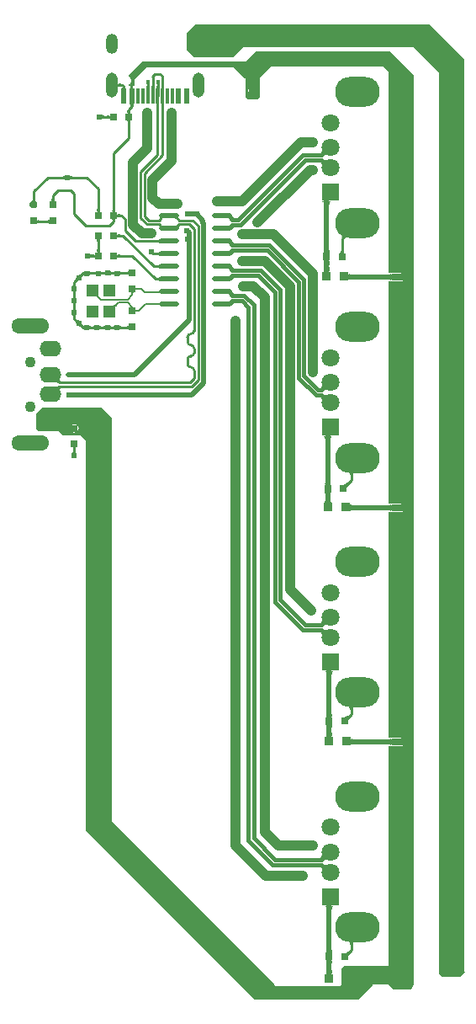
<source format=gtl>
G04*
G04 #@! TF.GenerationSoftware,Altium Limited,Altium Designer,20.0.13 (296)*
G04*
G04 Layer_Physical_Order=1*
G04 Layer_Color=255*
%FSLAX25Y25*%
%MOIN*%
G70*
G01*
G75*
%ADD14C,0.01000*%
%ADD15C,0.00600*%
%ADD17R,0.02362X0.06000*%
%ADD18R,0.01181X0.06000*%
%ADD19O,0.07874X0.02165*%
%ADD20R,0.03000X0.03000*%
%ADD21P,0.03247X8X112.5*%
%ADD22R,0.03500X0.03500*%
%ADD23R,0.04724X0.05118*%
%ADD24O,0.07087X0.03150*%
%ADD25R,0.07087X0.03150*%
%ADD26R,0.03000X0.03000*%
%ADD27O,0.03150X0.07087*%
%ADD28R,0.03150X0.07087*%
%ADD49C,0.04000*%
%ADD50C,0.02000*%
%ADD51C,0.01500*%
%ADD52O,0.17717X0.11811*%
%ADD53R,0.07087X0.07087*%
%ADD54C,0.07087*%
%ADD55O,0.04724X0.07874*%
%ADD56O,0.04724X0.09843*%
%ADD57O,0.08661X0.06299*%
%ADD58O,0.15000X0.06000*%
%ADD59C,0.04331*%
%ADD60C,0.02400*%
%ADD61C,0.01600*%
G36*
X348070Y429391D02*
X348057Y429375D01*
X348046Y429350D01*
X348037Y429318D01*
X348028Y429276D01*
X348021Y429227D01*
X348010Y429104D01*
X348005Y428856D01*
X347005Y428888D01*
X347004Y428978D01*
X346978Y429347D01*
X346970Y429379D01*
X346960Y429403D01*
X346950Y429419D01*
X348070Y429391D01*
D02*
G37*
G36*
X344091Y429407D02*
X344082Y429383D01*
X344074Y429351D01*
X344067Y429311D01*
X344057Y429205D01*
X344050Y429065D01*
X344048Y428892D01*
X343048Y428853D01*
X343047Y428944D01*
X343024Y429273D01*
X343015Y429314D01*
X343005Y429347D01*
X342994Y429372D01*
X342981Y429388D01*
X344101Y429422D01*
X344091Y429407D01*
D02*
G37*
G36*
X331852Y429531D02*
X331882Y429446D01*
X331933Y429371D01*
X332003Y429306D01*
X332095Y429251D01*
X332206Y429206D01*
X332337Y429171D01*
X332489Y429146D01*
X332661Y429131D01*
X332854Y429126D01*
Y428126D01*
X332661Y428121D01*
X332489Y428106D01*
X332337Y428081D01*
X332206Y428046D01*
X332095Y428001D01*
X332003Y427946D01*
X331933Y427881D01*
X331882Y427806D01*
X331852Y427721D01*
X331842Y427626D01*
Y429626D01*
X331852Y429531D01*
D02*
G37*
G36*
X349954Y427904D02*
X350003Y427134D01*
X350017Y427104D01*
X350032Y427094D01*
X348874D01*
X348889Y427104D01*
X348903Y427134D01*
X348915Y427184D01*
X348925Y427254D01*
X348940Y427454D01*
X348953Y428094D01*
X349953D01*
X349954Y427904D01*
D02*
G37*
G36*
X348005D02*
X348052Y427104D01*
X348063Y427094D01*
X346906D01*
X346925Y427104D01*
X346942Y427134D01*
X346956Y427184D01*
X346969Y427254D01*
X346980Y427344D01*
X346996Y427584D01*
X347005Y428094D01*
X348005D01*
X348005Y427904D01*
D02*
G37*
G36*
X346017D02*
X346066Y427134D01*
X346080Y427104D01*
X346094Y427094D01*
X344937D01*
X344952Y427104D01*
X344966Y427134D01*
X344977Y427184D01*
X344988Y427254D01*
X345003Y427454D01*
X345016Y428094D01*
X346016D01*
X346017Y427904D01*
D02*
G37*
G36*
X344049D02*
X344098Y427134D01*
X344112Y427104D01*
X344127Y427094D01*
X342969D01*
X342984Y427104D01*
X342998Y427134D01*
X343009Y427184D01*
X343020Y427254D01*
X343035Y427454D01*
X343048Y428094D01*
X344048D01*
X344049Y427904D01*
D02*
G37*
G36*
X334544Y427861D02*
X334558Y427700D01*
X334580Y427558D01*
X334611Y427435D01*
X334651Y427331D01*
X334701Y427246D01*
X334759Y427179D01*
X334825Y427132D01*
X334901Y427104D01*
X334986Y427094D01*
X333094D01*
X333179Y427104D01*
X333255Y427132D01*
X333321Y427179D01*
X333379Y427246D01*
X333429Y427331D01*
X333469Y427435D01*
X333500Y427558D01*
X333522Y427700D01*
X333536Y427861D01*
X333540Y428040D01*
X334540D01*
X334544Y427861D01*
D02*
G37*
G36*
X338037Y421121D02*
X337964Y421093D01*
X337899Y421046D01*
X337844Y420980D01*
X337796Y420895D01*
X337758Y420791D01*
X337728Y420669D01*
X337706Y420528D01*
X337693Y420368D01*
X337689Y420189D01*
X336689D01*
X336685Y420368D01*
X336672Y420528D01*
X336650Y420669D01*
X336620Y420791D01*
X336582Y420895D01*
X336535Y420980D01*
X336479Y421046D01*
X336414Y421093D01*
X336341Y421121D01*
X336260Y421130D01*
X338118D01*
X338037Y421121D01*
D02*
G37*
G36*
X350017Y421108D02*
X350003Y421078D01*
X349991Y421028D01*
X349981Y420958D01*
X349966Y420758D01*
X349953Y420118D01*
X348953D01*
X348952Y420308D01*
X348903Y421078D01*
X348889Y421108D01*
X348874Y421118D01*
X350032D01*
X350017Y421108D01*
D02*
G37*
G36*
X348052D02*
X348041Y421078D01*
X348031Y421028D01*
X348023Y420958D01*
X348010Y420758D01*
X348000Y420118D01*
X347000D01*
X346999Y420308D01*
X346954Y421028D01*
X346940Y421078D01*
X346924Y421108D01*
X346906Y421118D01*
X348063D01*
X348052Y421108D01*
D02*
G37*
G36*
X336505Y418296D02*
X336520Y418124D01*
X336545Y417972D01*
X336580Y417840D01*
X336625Y417729D01*
X336680Y417638D01*
X336745Y417567D01*
X336820Y417517D01*
X336905Y417486D01*
X337000Y417476D01*
X335000D01*
X335095Y417486D01*
X335180Y417517D01*
X335255Y417567D01*
X335320Y417638D01*
X335375Y417729D01*
X335420Y417840D01*
X335455Y417972D01*
X335480Y418124D01*
X335495Y418296D01*
X335500Y418488D01*
X336500D01*
X336505Y418296D01*
D02*
G37*
G36*
X325427Y416775D02*
X325502Y416718D01*
X325583Y416667D01*
X325670Y416622D01*
X325762Y416585D01*
X325860Y416554D01*
X325964Y416531D01*
X326074Y416514D01*
X326190Y416503D01*
X326311Y416500D01*
Y415500D01*
X326190Y415497D01*
X326074Y415486D01*
X325964Y415469D01*
X325860Y415446D01*
X325762Y415415D01*
X325670Y415378D01*
X325583Y415333D01*
X325502Y415282D01*
X325427Y415225D01*
X325357Y415160D01*
Y416840D01*
X325427Y416775D01*
D02*
G37*
G36*
X328465Y415000D02*
X328455Y415095D01*
X328425Y415180D01*
X328374Y415255D01*
X328303Y415320D01*
X328212Y415375D01*
X328101Y415420D01*
X327969Y415455D01*
X327817Y415480D01*
X327645Y415495D01*
X327453Y415500D01*
Y416500D01*
X327645Y416505D01*
X327817Y416520D01*
X327969Y416545D01*
X328101Y416580D01*
X328212Y416625D01*
X328303Y416680D01*
X328374Y416745D01*
X328425Y416820D01*
X328455Y416905D01*
X328465Y417000D01*
Y415000D01*
D02*
G37*
G36*
X336964Y414502D02*
X336879Y414472D01*
X336804Y414422D01*
X336739Y414352D01*
X336684Y414262D01*
X336639Y414152D01*
X336604Y414022D01*
X336579Y413872D01*
X336564Y413702D01*
X336559Y413512D01*
X335559D01*
X335554Y413702D01*
X335539Y413872D01*
X335514Y414022D01*
X335479Y414152D01*
X335434Y414262D01*
X335379Y414352D01*
X335314Y414422D01*
X335239Y414472D01*
X335154Y414502D01*
X335059Y414512D01*
X337059D01*
X336964Y414502D01*
D02*
G37*
G36*
X414122Y400761D02*
X414015Y400815D01*
X413904Y400849D01*
X413789Y400861D01*
X413668Y400852D01*
X413544Y400821D01*
X413416Y400769D01*
X413283Y400696D01*
X413146Y400601D01*
X413004Y400485D01*
X412858Y400348D01*
X411798Y401409D01*
X411969Y401588D01*
X412249Y401926D01*
X412357Y402086D01*
X412444Y402239D01*
X412510Y402386D01*
X412555Y402527D01*
X412578Y402661D01*
X412580Y402788D01*
X412562Y402910D01*
X414122Y400761D01*
D02*
G37*
G36*
X413004Y399171D02*
X413146Y399055D01*
X413283Y398961D01*
X413416Y398887D01*
X413544Y398836D01*
X413668Y398805D01*
X413789Y398796D01*
X413904Y398808D01*
X414015Y398841D01*
X414122Y398896D01*
X412562Y396747D01*
X412580Y396868D01*
X412578Y396996D01*
X412555Y397130D01*
X412510Y397270D01*
X412444Y397417D01*
X412357Y397571D01*
X412249Y397730D01*
X412120Y397897D01*
X411969Y398069D01*
X411798Y398248D01*
X412858Y399309D01*
X413004Y399171D01*
D02*
G37*
G36*
X312677Y392775D02*
X312752Y392718D01*
X312833Y392667D01*
X312920Y392622D01*
X313012Y392585D01*
X313110Y392554D01*
X313214Y392531D01*
X313324Y392514D01*
X313440Y392503D01*
X313561Y392500D01*
Y391500D01*
X313440Y391497D01*
X313324Y391486D01*
X313214Y391469D01*
X313110Y391446D01*
X313012Y391415D01*
X312920Y391378D01*
X312833Y391333D01*
X312752Y391282D01*
X312677Y391225D01*
X312607Y391160D01*
X311750Y392000D01*
X312607Y392840D01*
X312677Y392775D01*
D02*
G37*
G36*
X311750Y392000D02*
X310893Y391160D01*
X310823Y391225D01*
X310748Y391282D01*
X310667Y391333D01*
X310580Y391378D01*
X310488Y391415D01*
X310390Y391446D01*
X310286Y391469D01*
X310176Y391486D01*
X310060Y391497D01*
X309939Y391500D01*
Y392500D01*
X310060Y392503D01*
X310176Y392514D01*
X310286Y392531D01*
X310390Y392554D01*
X310488Y392585D01*
X310580Y392622D01*
X310667Y392667D01*
X310748Y392718D01*
X310823Y392775D01*
X310893Y392840D01*
X311750Y392000D01*
D02*
G37*
G36*
X306505Y383355D02*
X306520Y383183D01*
X306545Y383031D01*
X306580Y382899D01*
X306625Y382788D01*
X306680Y382697D01*
X306745Y382626D01*
X306820Y382575D01*
X306905Y382545D01*
X307000Y382535D01*
X305000D01*
X305095Y382545D01*
X305180Y382575D01*
X305255Y382626D01*
X305320Y382697D01*
X305375Y382788D01*
X305420Y382899D01*
X305455Y383031D01*
X305480Y383183D01*
X305495Y383355D01*
X305500Y383547D01*
X306500D01*
X306505Y383355D01*
D02*
G37*
G36*
X299006Y383308D02*
X299045Y382906D01*
X299080Y382743D01*
X299126Y382605D01*
X299181Y382492D01*
X299246Y382404D01*
X299321Y382341D01*
X299406Y382303D01*
X299500Y382291D01*
X297500D01*
X297596Y382303D01*
X297680Y382341D01*
X297756Y382404D01*
X297820Y382492D01*
X297875Y382605D01*
X297920Y382743D01*
X297955Y382906D01*
X297980Y383095D01*
X297995Y383308D01*
X298001Y383547D01*
X299001D01*
X299006Y383308D01*
D02*
G37*
G36*
X416251Y382498D02*
X416081Y382437D01*
X415931Y382337D01*
X415801Y382197D01*
X415691Y382017D01*
X415601Y381798D01*
X415531Y381538D01*
X415481Y381238D01*
X415451Y380897D01*
X415441Y380518D01*
X413441D01*
X413431Y380897D01*
X413402Y381238D01*
X413353Y381538D01*
X413285Y381798D01*
X413198Y382017D01*
X413091Y382197D01*
X412964Y382337D01*
X412819Y382437D01*
X412653Y382498D01*
X412469Y382518D01*
X416441D01*
X416251Y382498D01*
D02*
G37*
G36*
X330564Y379298D02*
X330579Y379128D01*
X330604Y378978D01*
X330639Y378848D01*
X330684Y378738D01*
X330739Y378648D01*
X330804Y378578D01*
X330879Y378528D01*
X330964Y378498D01*
X331059Y378488D01*
X329059D01*
X329154Y378498D01*
X329239Y378528D01*
X329314Y378578D01*
X329379Y378648D01*
X329434Y378738D01*
X329479Y378848D01*
X329514Y378978D01*
X329539Y379128D01*
X329554Y379298D01*
X329559Y379488D01*
X330559D01*
X330564Y379298D01*
D02*
G37*
G36*
X324446D02*
X324461Y379128D01*
X324486Y378978D01*
X324521Y378848D01*
X324566Y378738D01*
X324621Y378648D01*
X324686Y378578D01*
X324761Y378528D01*
X324846Y378498D01*
X324941Y378488D01*
X322941D01*
X323036Y378498D01*
X323121Y378528D01*
X323196Y378578D01*
X323261Y378648D01*
X323316Y378738D01*
X323361Y378848D01*
X323396Y378978D01*
X323421Y379128D01*
X323436Y379298D01*
X323441Y379488D01*
X324441D01*
X324446Y379298D01*
D02*
G37*
G36*
X331545Y377905D02*
X331575Y377820D01*
X331626Y377745D01*
X331697Y377680D01*
X331788Y377625D01*
X331899Y377580D01*
X332031Y377545D01*
X332183Y377520D01*
X332355Y377505D01*
X332547Y377500D01*
Y376500D01*
X332355Y376495D01*
X332183Y376480D01*
X332031Y376455D01*
X331899Y376420D01*
X331788Y376375D01*
X331697Y376320D01*
X331626Y376255D01*
X331575Y376180D01*
X331545Y376095D01*
X331535Y376000D01*
Y378000D01*
X331545Y377905D01*
D02*
G37*
G36*
X355749Y376668D02*
X355707Y376593D01*
X355693Y376502D01*
X355708Y376397D01*
X355751Y376278D01*
X355823Y376143D01*
X355923Y375994D01*
X356052Y375831D01*
X356209Y375653D01*
X356395Y375460D01*
X355512Y374929D01*
X355321Y375113D01*
X354973Y375406D01*
X354816Y375515D01*
X354669Y375598D01*
X354534Y375657D01*
X354410Y375691D01*
X354297Y375699D01*
X354195Y375683D01*
X354105Y375641D01*
X355820Y376730D01*
X355749Y376668D01*
D02*
G37*
G36*
X376901Y376561D02*
X376914Y376532D01*
X376943Y376489D01*
X376988Y376432D01*
X377127Y376274D01*
X377596Y375790D01*
X376535Y374729D01*
X375530Y375641D01*
X376905Y376576D01*
X376901Y376561D01*
D02*
G37*
G36*
X330926Y375514D02*
X330849Y375485D01*
X330781Y375437D01*
X330722Y375370D01*
X330672Y375283D01*
X330631Y375177D01*
X330600Y375051D01*
X330577Y374906D01*
X330564Y374742D01*
X330559Y374559D01*
X329559D01*
X329555Y374742D01*
X329541Y374906D01*
X329518Y375051D01*
X329487Y375177D01*
X329446Y375283D01*
X329396Y375370D01*
X329337Y375437D01*
X329269Y375485D01*
X329192Y375514D01*
X329106Y375524D01*
X331012D01*
X330926Y375514D01*
D02*
G37*
G36*
X304512Y373453D02*
X304502Y373546D01*
X304472Y373629D01*
X304422Y373702D01*
X304352Y373766D01*
X304262Y373820D01*
X304152Y373864D01*
X304022Y373898D01*
X303872Y373922D01*
X303702Y373937D01*
X303512Y373942D01*
Y374942D01*
X303704Y374947D01*
X303875Y374962D01*
X304027Y374987D01*
X304158Y375022D01*
X304270Y375067D01*
X304361Y375122D01*
X304432Y375187D01*
X304483Y375262D01*
X304513Y375347D01*
X304524Y375442D01*
X304512Y373453D01*
D02*
G37*
G36*
X299998Y375347D02*
X300028Y375262D01*
X300079Y375187D01*
X300149Y375122D01*
X300238Y375067D01*
X300348Y375022D01*
X300479Y374987D01*
X300628Y374962D01*
X300799Y374947D01*
X300989Y374942D01*
Y373942D01*
X300799Y373937D01*
X300628Y373922D01*
X300479Y373898D01*
X300348Y373863D01*
X300238Y373819D01*
X300149Y373765D01*
X300079Y373702D01*
X300028Y373629D01*
X299998Y373546D01*
X299989Y373453D01*
Y375442D01*
X299998Y375347D01*
D02*
G37*
G36*
X356395Y372958D02*
X356209Y372766D01*
X355923Y372424D01*
X355823Y372275D01*
X355751Y372141D01*
X355708Y372022D01*
X355693Y371916D01*
X355707Y371826D01*
X355749Y371750D01*
X355820Y371689D01*
X354105Y372777D01*
X354195Y372736D01*
X354297Y372719D01*
X354410Y372728D01*
X354534Y372762D01*
X354669Y372820D01*
X354816Y372904D01*
X354973Y373013D01*
X355142Y373147D01*
X355321Y373306D01*
X355512Y373490D01*
X356395Y372958D01*
D02*
G37*
G36*
X377596Y372629D02*
X377454Y372487D01*
X376901Y371858D01*
X376905Y371843D01*
X375530Y372777D01*
X375550Y372780D01*
X375588Y372802D01*
X375644Y372844D01*
X375717Y372905D01*
X376191Y373349D01*
X376535Y373690D01*
X377596Y372629D01*
D02*
G37*
G36*
X422331Y368246D02*
X422231Y368279D01*
X422126Y368292D01*
X422014Y368285D01*
X421897Y368259D01*
X421773Y368212D01*
X421644Y368145D01*
X421509Y368059D01*
X421368Y367953D01*
X421220Y367827D01*
X421067Y367681D01*
X420205Y368233D01*
X420326Y368361D01*
X420424Y368480D01*
X420499Y368590D01*
X420550Y368691D01*
X420578Y368783D01*
X420584Y368867D01*
X420566Y368942D01*
X420525Y369007D01*
X420461Y369064D01*
X420374Y369112D01*
X422331Y368246D01*
D02*
G37*
G36*
X331545Y369905D02*
X331575Y369820D01*
X331626Y369745D01*
X331697Y369680D01*
X331788Y369625D01*
X331899Y369580D01*
X332031Y369545D01*
X332183Y369520D01*
X332355Y369505D01*
X332547Y369500D01*
Y368500D01*
X332355Y368495D01*
X332183Y368480D01*
X332031Y368455D01*
X331899Y368420D01*
X331788Y368375D01*
X331697Y368320D01*
X331626Y368255D01*
X331575Y368180D01*
X331545Y368095D01*
X331535Y368000D01*
Y370000D01*
X331545Y369905D01*
D02*
G37*
G36*
X324846Y367502D02*
X324761Y367472D01*
X324686Y367422D01*
X324621Y367352D01*
X324566Y367262D01*
X324521Y367152D01*
X324486Y367022D01*
X324461Y366872D01*
X324446Y366702D01*
X324441Y366512D01*
X323441D01*
X323436Y366702D01*
X323421Y366872D01*
X323396Y367022D01*
X323361Y367152D01*
X323316Y367262D01*
X323261Y367352D01*
X323196Y367422D01*
X323121Y367472D01*
X323036Y367502D01*
X322941Y367512D01*
X324941D01*
X324846Y367502D01*
D02*
G37*
G36*
X348506Y365774D02*
X348390Y365857D01*
X348268Y365931D01*
X348140Y365996D01*
X348008Y366053D01*
X347869Y366101D01*
X347725Y366140D01*
X347576Y366170D01*
X347421Y366192D01*
X347260Y366205D01*
X347094Y366209D01*
Y367209D01*
X347260Y367214D01*
X347421Y367227D01*
X347576Y367249D01*
X347725Y367279D01*
X347869Y367318D01*
X348008Y367366D01*
X348140Y367423D01*
X348268Y367488D01*
X348390Y367562D01*
X348506Y367645D01*
Y365774D01*
D02*
G37*
G36*
X376901Y366561D02*
X376914Y366532D01*
X376943Y366489D01*
X376988Y366432D01*
X377127Y366274D01*
X377596Y365790D01*
X376535Y364729D01*
X375530Y365641D01*
X376905Y366576D01*
X376901Y366561D01*
D02*
G37*
G36*
X324446Y363296D02*
X324461Y363124D01*
X324486Y362972D01*
X324521Y362840D01*
X324566Y362729D01*
X324621Y362638D01*
X324686Y362567D01*
X324761Y362516D01*
X324846Y362486D01*
X324941Y362476D01*
X322941D01*
X323036Y362486D01*
X323121Y362516D01*
X323196Y362567D01*
X323261Y362638D01*
X323316Y362729D01*
X323361Y362840D01*
X323396Y362972D01*
X323421Y363124D01*
X323436Y363296D01*
X323441Y363488D01*
X324441D01*
X324446Y363296D01*
D02*
G37*
G36*
X421064Y362798D02*
X421079Y362628D01*
X421104Y362478D01*
X421139Y362348D01*
X421184Y362238D01*
X421239Y362148D01*
X421304Y362078D01*
X421379Y362028D01*
X421464Y361998D01*
X421559Y361988D01*
X419559D01*
X419654Y361998D01*
X419739Y362028D01*
X419814Y362078D01*
X419879Y362148D01*
X419934Y362238D01*
X419979Y362348D01*
X420014Y362478D01*
X420039Y362628D01*
X420054Y362798D01*
X420059Y362988D01*
X421059D01*
X421064Y362798D01*
D02*
G37*
G36*
X415446Y363608D02*
X415519Y362708D01*
X415563Y362488D01*
X415617Y362308D01*
X415680Y362168D01*
X415753Y362068D01*
X415836Y362008D01*
X415929Y361988D01*
X412953D01*
X413046Y362008D01*
X413129Y362068D01*
X413202Y362168D01*
X413265Y362308D01*
X413319Y362488D01*
X413363Y362708D01*
X413397Y362968D01*
X413436Y363608D01*
X413441Y363988D01*
X415441D01*
X415446Y363608D01*
D02*
G37*
G36*
X377596Y362629D02*
X377454Y362487D01*
X376901Y361858D01*
X376905Y361843D01*
X375530Y362777D01*
X375550Y362780D01*
X375588Y362802D01*
X375644Y362844D01*
X375717Y362905D01*
X376191Y363349D01*
X376535Y363690D01*
X377596Y362629D01*
D02*
G37*
G36*
X348506Y360774D02*
X348390Y360857D01*
X348268Y360931D01*
X348140Y360996D01*
X348008Y361053D01*
X347869Y361101D01*
X347725Y361140D01*
X347576Y361170D01*
X347421Y361192D01*
X347260Y361205D01*
X347094Y361209D01*
Y362209D01*
X347260Y362214D01*
X347421Y362227D01*
X347576Y362248D01*
X347725Y362279D01*
X347869Y362318D01*
X348008Y362366D01*
X348140Y362423D01*
X348268Y362488D01*
X348390Y362562D01*
X348506Y362645D01*
Y360774D01*
D02*
G37*
G36*
X320534Y361775D02*
X320610Y361718D01*
X320691Y361667D01*
X320777Y361622D01*
X320870Y361585D01*
X320968Y361554D01*
X321072Y361531D01*
X321182Y361514D01*
X321297Y361503D01*
X321419Y361500D01*
Y360500D01*
X321297Y360497D01*
X321182Y360486D01*
X321072Y360469D01*
X320968Y360446D01*
X320870Y360415D01*
X320777Y360378D01*
X320691Y360333D01*
X320610Y360282D01*
X320534Y360225D01*
X320465Y360160D01*
Y361840D01*
X320534Y361775D01*
D02*
G37*
G36*
X331545Y361905D02*
X331575Y361820D01*
X331626Y361745D01*
X331697Y361680D01*
X331788Y361625D01*
X331899Y361580D01*
X332031Y361545D01*
X332183Y361520D01*
X332355Y361505D01*
X332547Y361500D01*
Y360500D01*
X332355Y360495D01*
X332183Y360480D01*
X332031Y360455D01*
X331899Y360420D01*
X331788Y360375D01*
X331697Y360320D01*
X331626Y360255D01*
X331575Y360180D01*
X331545Y360095D01*
X331535Y360000D01*
Y362000D01*
X331545Y361905D01*
D02*
G37*
G36*
X322465Y360000D02*
X322455Y360095D01*
X322425Y360180D01*
X322374Y360255D01*
X322303Y360320D01*
X322212Y360375D01*
X322101Y360420D01*
X321969Y360455D01*
X321817Y360480D01*
X321645Y360495D01*
X321453Y360500D01*
Y361500D01*
X321645Y361505D01*
X321817Y361520D01*
X321969Y361545D01*
X322101Y361580D01*
X322212Y361625D01*
X322303Y361680D01*
X322374Y361745D01*
X322425Y361820D01*
X322455Y361905D01*
X322465Y362000D01*
Y360000D01*
D02*
G37*
G36*
X415847Y358992D02*
X415774Y358932D01*
X415710Y358832D01*
X415654Y358692D01*
X415607Y358512D01*
X415569Y358292D01*
X415539Y358032D01*
X415504Y357392D01*
X415500Y357012D01*
X413500D01*
X413494Y357392D01*
X413451Y358032D01*
X413413Y358292D01*
X413363Y358512D01*
X413303Y358692D01*
X413232Y358832D01*
X413150Y358932D01*
X413057Y358992D01*
X412953Y359012D01*
X415929D01*
X415847Y358992D01*
D02*
G37*
G36*
X348506Y355774D02*
X348390Y355857D01*
X348268Y355931D01*
X348140Y355996D01*
X348008Y356053D01*
X347869Y356101D01*
X347725Y356140D01*
X347576Y356170D01*
X347421Y356192D01*
X347260Y356205D01*
X347094Y356209D01*
Y357209D01*
X347260Y357214D01*
X347421Y357227D01*
X347576Y357248D01*
X347725Y357279D01*
X347869Y357318D01*
X348008Y357366D01*
X348140Y357423D01*
X348268Y357488D01*
X348390Y357562D01*
X348506Y357645D01*
Y355774D01*
D02*
G37*
G36*
X415507Y356358D02*
X415566Y355718D01*
X415618Y355458D01*
X415685Y355238D01*
X415766Y355058D01*
X415862Y354918D01*
X415972Y354818D01*
X416098Y354758D01*
X416238Y354738D01*
X412762D01*
X412902Y354758D01*
X413028Y354818D01*
X413138Y354918D01*
X413234Y355058D01*
X413315Y355238D01*
X413382Y355458D01*
X413434Y355718D01*
X413471Y356018D01*
X413493Y356358D01*
X413500Y356738D01*
X415500D01*
X415507Y356358D01*
D02*
G37*
G36*
X376901Y356561D02*
X376914Y356532D01*
X376943Y356489D01*
X376988Y356432D01*
X377127Y356274D01*
X377596Y355790D01*
X376535Y354729D01*
X375530Y355641D01*
X376905Y356576D01*
X376901Y356561D01*
D02*
G37*
G36*
X332387Y354820D02*
X332465Y354765D01*
X332548Y354717D01*
X332637Y354675D01*
X332731Y354640D01*
X332830Y354611D01*
X332935Y354588D01*
X333045Y354572D01*
X333161Y354562D01*
X333282Y354559D01*
X333336Y353559D01*
X333215Y353555D01*
X333099Y353545D01*
X332990Y353527D01*
X332887Y353502D01*
X332790Y353470D01*
X332699Y353431D01*
X332614Y353385D01*
X332536Y353331D01*
X332464Y353271D01*
X332397Y353203D01*
X331500Y354083D01*
X330603Y353203D01*
X330537Y353271D01*
X330464Y353331D01*
X330385Y353385D01*
X330301Y353431D01*
X330210Y353470D01*
X330113Y353502D01*
X330010Y353527D01*
X329901Y353545D01*
X329785Y353555D01*
X329664Y353559D01*
X329718Y354559D01*
X329839Y354562D01*
X329955Y354572D01*
X330065Y354588D01*
X330170Y354611D01*
X330269Y354640D01*
X330363Y354675D01*
X330452Y354717D01*
X330535Y354765D01*
X330613Y354820D01*
X330685Y354881D01*
X331500Y354083D01*
X332315Y354881D01*
X332387Y354820D01*
D02*
G37*
G36*
X324887D02*
X324965Y354765D01*
X325048Y354717D01*
X325137Y354675D01*
X325231Y354640D01*
X325330Y354611D01*
X325435Y354588D01*
X325545Y354572D01*
X325661Y354562D01*
X325782Y354559D01*
X325836Y353559D01*
X325715Y353555D01*
X325599Y353545D01*
X325490Y353527D01*
X325387Y353502D01*
X325290Y353470D01*
X325199Y353431D01*
X325114Y353385D01*
X325036Y353331D01*
X324963Y353271D01*
X324897Y353203D01*
X324000Y354083D01*
X323103Y353203D01*
X323037Y353271D01*
X322964Y353331D01*
X322885Y353385D01*
X322801Y353431D01*
X322710Y353470D01*
X322613Y353502D01*
X322510Y353527D01*
X322401Y353545D01*
X322285Y353555D01*
X322164Y353559D01*
X322218Y354559D01*
X322339Y354562D01*
X322455Y354572D01*
X322565Y354588D01*
X322670Y354611D01*
X322769Y354640D01*
X322863Y354675D01*
X322952Y354717D01*
X323035Y354765D01*
X323113Y354820D01*
X323185Y354881D01*
X324000Y354083D01*
X324815Y354881D01*
X324887Y354820D01*
D02*
G37*
G36*
X328706Y354835D02*
X328781Y354777D01*
X328862Y354726D01*
X328949Y354681D01*
X329042Y354644D01*
X329140Y354613D01*
X329244Y354590D01*
X329354Y354573D01*
X329469Y354562D01*
X329590Y354559D01*
Y353559D01*
X329469Y353556D01*
X329354Y353545D01*
X329244Y353528D01*
X329140Y353505D01*
X329042Y353474D01*
X328949Y353437D01*
X328862Y353393D01*
X328781Y353342D01*
X328706Y353284D01*
X328637Y353219D01*
X327780Y354059D01*
X328637Y354899D01*
X328706Y354835D01*
D02*
G37*
G36*
X327780Y354059D02*
X326923Y353219D01*
X326853Y353284D01*
X326778Y353342D01*
X326697Y353393D01*
X326610Y353437D01*
X326518Y353474D01*
X326419Y353505D01*
X326315Y353528D01*
X326205Y353545D01*
X326090Y353556D01*
X325969Y353559D01*
Y354559D01*
X326090Y354562D01*
X326205Y354573D01*
X326315Y354590D01*
X326419Y354613D01*
X326518Y354644D01*
X326610Y354681D01*
X326697Y354726D01*
X326778Y354777D01*
X326853Y354835D01*
X326923Y354899D01*
X327780Y354059D01*
D02*
G37*
G36*
X320387Y354820D02*
X320465Y354765D01*
X320548Y354717D01*
X320637Y354675D01*
X320731Y354640D01*
X320830Y354611D01*
X320935Y354588D01*
X321045Y354572D01*
X321161Y354562D01*
X321282Y354559D01*
X321336Y353559D01*
X321215Y353555D01*
X321099Y353545D01*
X320990Y353527D01*
X320887Y353502D01*
X320790Y353470D01*
X320699Y353431D01*
X320615Y353385D01*
X320536Y353331D01*
X320463Y353271D01*
X320397Y353203D01*
X320315Y354881D01*
X320387Y354820D01*
D02*
G37*
G36*
X336012Y353059D02*
X336002Y353154D01*
X335972Y353239D01*
X335922Y353314D01*
X335852Y353379D01*
X335762Y353434D01*
X335652Y353479D01*
X335522Y353514D01*
X335372Y353539D01*
X335202Y353554D01*
X335012Y353559D01*
Y354559D01*
X335202Y354564D01*
X335372Y354579D01*
X335522Y354604D01*
X335652Y354639D01*
X335762Y354684D01*
X335852Y354739D01*
X335922Y354804D01*
X335972Y354879D01*
X336002Y354964D01*
X336012Y355059D01*
Y353059D01*
D02*
G37*
G36*
X377596Y352629D02*
X377454Y352487D01*
X376901Y351858D01*
X376905Y351843D01*
X375530Y352777D01*
X375550Y352780D01*
X375588Y352802D01*
X375644Y352844D01*
X375717Y352905D01*
X376191Y353349D01*
X376535Y353690D01*
X377596Y352629D01*
D02*
G37*
G36*
X423247Y354310D02*
X423308Y354140D01*
X423409Y353990D01*
X423550Y353860D01*
X423731Y353750D01*
X423952Y353660D01*
X424213Y353590D01*
X424515Y353540D01*
X424856Y353510D01*
X425238Y353500D01*
Y351500D01*
X424858Y351498D01*
X423558Y351414D01*
X423418Y351383D01*
X423318Y351348D01*
X423258Y351307D01*
X423238Y351262D01*
X423226Y354500D01*
X423247Y354310D01*
D02*
G37*
G36*
X440036Y350937D02*
X440016Y351044D01*
X439956Y351140D01*
X439856Y351224D01*
X439716Y351297D01*
X439536Y351359D01*
X439316Y351410D01*
X439056Y351449D01*
X438756Y351478D01*
X438036Y351500D01*
Y353500D01*
X438416Y353506D01*
X439056Y353551D01*
X439316Y353590D01*
X439536Y353641D01*
X439716Y353703D01*
X439856Y353776D01*
X439956Y353860D01*
X440016Y353956D01*
X440036Y354063D01*
Y350937D01*
D02*
G37*
G36*
X348506Y350774D02*
X348390Y350857D01*
X348268Y350931D01*
X348140Y350996D01*
X348008Y351053D01*
X347869Y351101D01*
X347725Y351140D01*
X347576Y351170D01*
X347421Y351192D01*
X347260Y351205D01*
X347094Y351209D01*
Y352209D01*
X347260Y352214D01*
X347421Y352227D01*
X347576Y352249D01*
X347725Y352279D01*
X347869Y352318D01*
X348008Y352366D01*
X348140Y352423D01*
X348268Y352488D01*
X348390Y352562D01*
X348506Y352645D01*
Y350774D01*
D02*
G37*
G36*
X317914Y353206D02*
X317830Y353118D01*
X317756Y353029D01*
X317690Y352940D01*
X317634Y352849D01*
X317586Y352758D01*
X317547Y352666D01*
X317516Y352574D01*
X317495Y352481D01*
X317483Y352386D01*
X317479Y352291D01*
X316280Y352279D01*
X316267Y351080D01*
X316173Y351076D01*
X316079Y351064D01*
X315985Y351043D01*
X315893Y351012D01*
X315801Y350974D01*
X315710Y350926D01*
X315619Y350869D01*
X315530Y350803D01*
X315441Y350729D01*
X315353Y350645D01*
X314646Y351353D01*
X314729Y351441D01*
X314803Y351530D01*
X314869Y351619D01*
X314926Y351710D01*
X314973Y351801D01*
X315012Y351893D01*
X315042Y351985D01*
X315064Y352079D01*
X315076Y352173D01*
X315080Y352268D01*
X316280Y352279D01*
X316291Y353480D01*
X316386Y353483D01*
X316480Y353495D01*
X316574Y353517D01*
X316666Y353547D01*
X316758Y353586D01*
X316849Y353633D01*
X316940Y353690D01*
X317029Y353756D01*
X317118Y353830D01*
X317207Y353914D01*
X317914Y353206D01*
D02*
G37*
G36*
X338982Y348484D02*
X339001Y348433D01*
X339031Y348388D01*
X339074Y348349D01*
X339129Y348316D01*
X339196Y348289D01*
X339276Y348268D01*
X339368Y348253D01*
X339472Y348244D01*
X339588Y348241D01*
Y347641D01*
X339472Y347638D01*
X339368Y347629D01*
X339276Y347614D01*
X339196Y347593D01*
X339129Y347566D01*
X339074Y347533D01*
X339031Y347494D01*
X339001Y347449D01*
X338982Y347398D01*
X338976Y347341D01*
Y348541D01*
X338982Y348484D01*
D02*
G37*
G36*
X315003Y349690D02*
X315014Y349574D01*
X315031Y349464D01*
X315054Y349360D01*
X315085Y349262D01*
X315122Y349170D01*
X315167Y349083D01*
X315218Y349002D01*
X315275Y348926D01*
X315340Y348857D01*
X314500Y348000D01*
X315340Y347143D01*
X315275Y347074D01*
X315218Y346998D01*
X315167Y346917D01*
X315122Y346830D01*
X315085Y346738D01*
X315054Y346640D01*
X315031Y346536D01*
X315014Y346426D01*
X315003Y346310D01*
X315000Y346189D01*
X314000D01*
X313997Y346310D01*
X313986Y346426D01*
X313969Y346536D01*
X313946Y346640D01*
X313915Y346738D01*
X313878Y346830D01*
X313833Y346917D01*
X313782Y346998D01*
X313725Y347074D01*
X313660Y347143D01*
X314500Y348000D01*
X313660Y348857D01*
X313725Y348926D01*
X313782Y349002D01*
X313833Y349083D01*
X313878Y349170D01*
X313915Y349262D01*
X313946Y349360D01*
X313969Y349464D01*
X313986Y349574D01*
X313997Y349690D01*
X314000Y349811D01*
X315000D01*
X315003Y349690D01*
D02*
G37*
G36*
X348349Y345910D02*
X348328Y345965D01*
X348292Y346014D01*
X348243Y346058D01*
X348179Y346095D01*
X348101Y346127D01*
X348008Y346153D01*
X347902Y346174D01*
X347781Y346188D01*
X347647Y346197D01*
X347498Y346200D01*
X347378Y346800D01*
X347520Y346803D01*
X347756Y346827D01*
X347849Y346847D01*
X347925Y346874D01*
X347985Y346906D01*
X348029Y346945D01*
X348056Y346989D01*
X348066Y347039D01*
X348060Y347095D01*
X348349Y345910D01*
D02*
G37*
G36*
X338043Y346459D02*
X337992Y346441D01*
X337947Y346410D01*
X337908Y346367D01*
X337875Y346312D01*
X337848Y346245D01*
X337827Y346165D01*
X337812Y346073D01*
X337803Y345969D01*
X337800Y345853D01*
X337200D01*
X337197Y345969D01*
X337188Y346073D01*
X337173Y346165D01*
X337152Y346245D01*
X337125Y346312D01*
X337092Y346367D01*
X337053Y346410D01*
X337008Y346441D01*
X336957Y346459D01*
X336900Y346465D01*
X338100D01*
X338043Y346459D01*
D02*
G37*
G36*
X376901Y346561D02*
X376914Y346532D01*
X376943Y346489D01*
X376988Y346432D01*
X377127Y346274D01*
X377596Y345790D01*
X376535Y344729D01*
X375530Y345641D01*
X376905Y346576D01*
X376901Y346561D01*
D02*
G37*
G36*
X323970Y345389D02*
X323953Y345334D01*
Y345270D01*
X323970Y345198D01*
X324004Y345117D01*
X324055Y345028D01*
X324123Y344931D01*
X324207Y344824D01*
X324428Y344587D01*
X324004Y344163D01*
X323881Y344281D01*
X323660Y344468D01*
X323563Y344536D01*
X323473Y344587D01*
X323393Y344621D01*
X323321Y344638D01*
X323257D01*
X323202Y344621D01*
X323155Y344587D01*
X324004Y345435D01*
X323970Y345389D01*
D02*
G37*
G36*
X377596Y342629D02*
X377454Y342487D01*
X376901Y341858D01*
X376905Y341843D01*
X375530Y342777D01*
X375550Y342780D01*
X375588Y342802D01*
X375644Y342844D01*
X375717Y342905D01*
X376191Y343349D01*
X376535Y343690D01*
X377596Y342629D01*
D02*
G37*
G36*
X315003Y344940D02*
X315014Y344824D01*
X315031Y344714D01*
X315054Y344610D01*
X315085Y344512D01*
X315122Y344420D01*
X315167Y344333D01*
X315218Y344252D01*
X315275Y344177D01*
X315340Y344107D01*
X314500Y343250D01*
X315340Y342393D01*
X315275Y342323D01*
X315218Y342248D01*
X315167Y342167D01*
X315122Y342080D01*
X315085Y341988D01*
X315054Y341890D01*
X315031Y341786D01*
X315014Y341676D01*
X315003Y341560D01*
X315000Y341439D01*
X314000D01*
X313997Y341560D01*
X313986Y341676D01*
X313969Y341786D01*
X313946Y341890D01*
X313915Y341988D01*
X313878Y342080D01*
X313833Y342167D01*
X313782Y342248D01*
X313725Y342323D01*
X313660Y342393D01*
X314500Y343250D01*
X313660Y344107D01*
X313725Y344177D01*
X313782Y344252D01*
X313833Y344333D01*
X313878Y344420D01*
X313915Y344512D01*
X313946Y344610D01*
X313969Y344714D01*
X313986Y344824D01*
X313997Y344940D01*
X314000Y345061D01*
X315000D01*
X315003Y344940D01*
D02*
G37*
G36*
X331333Y341428D02*
X331183Y341274D01*
X330848Y340875D01*
X330774Y340764D01*
X330720Y340663D01*
X330685Y340573D01*
X330670Y340494D01*
X330674Y340425D01*
X330697Y340368D01*
X330045Y341413D01*
X330083Y341370D01*
X330131Y341347D01*
X330190Y341342D01*
X330259Y341356D01*
X330339Y341389D01*
X330429Y341441D01*
X330529Y341511D01*
X330640Y341601D01*
X330893Y341837D01*
X331333Y341428D01*
D02*
G37*
G36*
X348166Y341117D02*
X348159Y341172D01*
X348136Y341222D01*
X348098Y341266D01*
X348045Y341304D01*
X347977Y341336D01*
X347894Y341363D01*
X347796Y341383D01*
X347683Y341398D01*
X347554Y341406D01*
X347411Y341409D01*
Y342009D01*
X347554Y342012D01*
X347796Y342036D01*
X347894Y342056D01*
X347977Y342083D01*
X348045Y342115D01*
X348098Y342153D01*
X348136Y342197D01*
X348159Y342246D01*
X348166Y342302D01*
Y341117D01*
D02*
G37*
G36*
X338994Y339602D02*
X339012Y339551D01*
X339042Y339506D01*
X339084Y339467D01*
X339138Y339434D01*
X339204Y339407D01*
X339282Y339386D01*
X339372Y339371D01*
X339474Y339362D01*
X339588Y339359D01*
Y338759D01*
X339474Y338756D01*
X339372Y338747D01*
X339282Y338732D01*
X339204Y338711D01*
X339138Y338684D01*
X339084Y338651D01*
X339042Y338612D01*
X339012Y338567D01*
X338994Y338516D01*
X338988Y338459D01*
Y339659D01*
X338994Y339602D01*
D02*
G37*
G36*
X315003Y340190D02*
X315014Y340074D01*
X315031Y339964D01*
X315054Y339860D01*
X315085Y339762D01*
X315122Y339670D01*
X315167Y339583D01*
X315218Y339502D01*
X315275Y339426D01*
X315340Y339357D01*
X314500Y338500D01*
X315340Y337643D01*
X315275Y337574D01*
X315218Y337498D01*
X315167Y337417D01*
X315122Y337330D01*
X315085Y337238D01*
X315054Y337140D01*
X315031Y337036D01*
X315014Y336926D01*
X315003Y336810D01*
X315000Y336689D01*
X314000D01*
X313997Y336810D01*
X313986Y336926D01*
X313969Y337036D01*
X313946Y337140D01*
X313915Y337238D01*
X313878Y337330D01*
X313833Y337417D01*
X313782Y337498D01*
X313725Y337574D01*
X313660Y337643D01*
X314500Y338500D01*
X313660Y339357D01*
X313725Y339426D01*
X313782Y339502D01*
X313833Y339583D01*
X313878Y339670D01*
X313915Y339762D01*
X313946Y339860D01*
X313969Y339964D01*
X313986Y340074D01*
X313997Y340190D01*
X314000Y340311D01*
X315000D01*
X315003Y340190D01*
D02*
G37*
G36*
X315411Y335801D02*
X315500Y335726D01*
X315590Y335661D01*
X315680Y335604D01*
X315771Y335556D01*
X315863Y335517D01*
X315956Y335487D01*
X316049Y335466D01*
X316143Y335453D01*
X316238Y335450D01*
X315050Y334262D01*
X315047Y334357D01*
X315034Y334451D01*
X315013Y334544D01*
X314983Y334637D01*
X314944Y334729D01*
X314896Y334820D01*
X314839Y334910D01*
X314774Y335000D01*
X314699Y335089D01*
X314616Y335177D01*
X315323Y335884D01*
X315411Y335801D01*
D02*
G37*
G36*
X317453Y334143D02*
X317466Y334049D01*
X317487Y333956D01*
X317517Y333863D01*
X317556Y333771D01*
X317604Y333680D01*
X317661Y333590D01*
X317726Y333500D01*
X317801Y333411D01*
X317884Y333323D01*
X317177Y332616D01*
X317089Y332699D01*
X317000Y332774D01*
X316910Y332839D01*
X316820Y332896D01*
X316729Y332944D01*
X316637Y332983D01*
X316544Y333013D01*
X316451Y333034D01*
X316357Y333047D01*
X316262Y333050D01*
X317450Y334238D01*
X317453Y334143D01*
D02*
G37*
G36*
X332427Y333275D02*
X332502Y333218D01*
X332583Y333167D01*
X332670Y333122D01*
X332762Y333085D01*
X332860Y333054D01*
X332964Y333031D01*
X333074Y333014D01*
X333190Y333003D01*
X333311Y333000D01*
Y332000D01*
X333190Y331997D01*
X333074Y331986D01*
X332964Y331969D01*
X332860Y331946D01*
X332762Y331915D01*
X332670Y331878D01*
X332583Y331833D01*
X332502Y331782D01*
X332427Y331725D01*
X332357Y331660D01*
X331500Y332500D01*
X332357Y333340D01*
X332427Y333275D01*
D02*
G37*
G36*
X331500Y332500D02*
X330643Y331660D01*
X330574Y331725D01*
X330498Y331782D01*
X330417Y331833D01*
X330330Y331878D01*
X330238Y331915D01*
X330140Y331946D01*
X330036Y331969D01*
X329926Y331986D01*
X329810Y331997D01*
X329689Y332000D01*
Y333000D01*
X329810Y333003D01*
X329926Y333014D01*
X330036Y333031D01*
X330140Y333054D01*
X330238Y333085D01*
X330330Y333122D01*
X330417Y333167D01*
X330498Y333218D01*
X330574Y333275D01*
X330643Y333340D01*
X331500Y332500D01*
D02*
G37*
G36*
X328456Y333275D02*
X328531Y333218D01*
X328612Y333167D01*
X328699Y333122D01*
X328792Y333085D01*
X328890Y333054D01*
X328994Y333031D01*
X329104Y333014D01*
X329219Y333003D01*
X329340Y333000D01*
Y332000D01*
X329219Y331997D01*
X329104Y331986D01*
X328994Y331969D01*
X328890Y331946D01*
X328792Y331915D01*
X328699Y331878D01*
X328612Y331833D01*
X328531Y331782D01*
X328456Y331725D01*
X328386Y331660D01*
X327530Y332500D01*
X328386Y333340D01*
X328456Y333275D01*
D02*
G37*
G36*
X327530Y332500D02*
X326673Y331660D01*
X326603Y331725D01*
X326528Y331782D01*
X326447Y331833D01*
X326360Y331878D01*
X326268Y331915D01*
X326169Y331946D01*
X326065Y331969D01*
X325955Y331986D01*
X325840Y331997D01*
X325719Y332000D01*
Y333000D01*
X325840Y333003D01*
X325955Y333014D01*
X326065Y333031D01*
X326169Y333054D01*
X326268Y333085D01*
X326360Y333122D01*
X326447Y333167D01*
X326528Y333218D01*
X326603Y333275D01*
X326673Y333340D01*
X327530Y332500D01*
D02*
G37*
G36*
X324427Y333275D02*
X324502Y333218D01*
X324583Y333167D01*
X324670Y333122D01*
X324762Y333085D01*
X324860Y333054D01*
X324964Y333031D01*
X325074Y333014D01*
X325190Y333003D01*
X325311Y333000D01*
Y332000D01*
X325190Y331997D01*
X325074Y331986D01*
X324964Y331969D01*
X324860Y331946D01*
X324762Y331915D01*
X324670Y331878D01*
X324583Y331833D01*
X324502Y331782D01*
X324427Y331725D01*
X324357Y331660D01*
X323500Y332500D01*
X324357Y333340D01*
X324427Y333275D01*
D02*
G37*
G36*
X323500Y332500D02*
X322643Y331660D01*
X322573Y331725D01*
X322498Y331782D01*
X322417Y331833D01*
X322330Y331878D01*
X322238Y331915D01*
X322140Y331946D01*
X322036Y331969D01*
X321926Y331986D01*
X321810Y331997D01*
X321689Y332000D01*
Y333000D01*
X321810Y333003D01*
X321926Y333014D01*
X322036Y333031D01*
X322140Y333054D01*
X322238Y333085D01*
X322330Y333122D01*
X322417Y333167D01*
X322498Y333218D01*
X322573Y333275D01*
X322643Y333340D01*
X323500Y332500D01*
D02*
G37*
G36*
X320427Y333275D02*
X320502Y333218D01*
X320583Y333167D01*
X320670Y333122D01*
X320762Y333085D01*
X320860Y333054D01*
X320964Y333031D01*
X321074Y333014D01*
X321190Y333003D01*
X321311Y333000D01*
Y332000D01*
X321190Y331997D01*
X321074Y331986D01*
X320964Y331969D01*
X320860Y331946D01*
X320762Y331915D01*
X320670Y331878D01*
X320583Y331833D01*
X320502Y331782D01*
X320427Y331725D01*
X320357Y331660D01*
Y333340D01*
X320427Y333275D01*
D02*
G37*
G36*
X336024Y331500D02*
X336014Y331595D01*
X335983Y331680D01*
X335933Y331755D01*
X335862Y331820D01*
X335771Y331875D01*
X335660Y331920D01*
X335528Y331955D01*
X335376Y331980D01*
X335204Y331995D01*
X335012Y332000D01*
Y333000D01*
X335204Y333005D01*
X335376Y333020D01*
X335528Y333045D01*
X335660Y333080D01*
X335771Y333125D01*
X335862Y333180D01*
X335933Y333245D01*
X335983Y333320D01*
X336014Y333405D01*
X336024Y333500D01*
Y331500D01*
D02*
G37*
G36*
X308571Y312142D02*
X308532Y312074D01*
X308515Y311996D01*
X308519Y311909D01*
X308546Y311813D01*
X308594Y311707D01*
X308664Y311593D01*
X308757Y311469D01*
X308871Y311336D01*
X309007Y311193D01*
X308261Y310525D01*
X308107Y310673D01*
X307825Y310904D01*
X307698Y310988D01*
X307579Y311050D01*
X307469Y311091D01*
X307367Y311111D01*
X307274Y311110D01*
X307190Y311088D01*
X307114Y311044D01*
X308632Y312202D01*
X308571Y312142D01*
D02*
G37*
G36*
X309031Y308886D02*
X308895Y308744D01*
X308781Y308612D01*
X308689Y308488D01*
X308619Y308373D01*
X308570Y308268D01*
X308543Y308172D01*
X308538Y308085D01*
X308554Y308007D01*
X308592Y307938D01*
X308652Y307878D01*
X307155Y309048D01*
X307229Y309003D01*
X307312Y308981D01*
X307404Y308979D01*
X307505Y308999D01*
X307614Y309039D01*
X307732Y309102D01*
X307859Y309185D01*
X307995Y309289D01*
X308139Y309415D01*
X308292Y309562D01*
X309031Y308886D01*
D02*
G37*
G36*
X414122Y307797D02*
X414015Y307852D01*
X413904Y307885D01*
X413789Y307897D01*
X413668Y307888D01*
X413544Y307857D01*
X413416Y307805D01*
X413283Y307732D01*
X413146Y307638D01*
X413004Y307522D01*
X412858Y307384D01*
X411798Y308445D01*
X411969Y308624D01*
X412249Y308962D01*
X412357Y309122D01*
X412444Y309276D01*
X412510Y309422D01*
X412555Y309563D01*
X412578Y309697D01*
X412580Y309825D01*
X412562Y309946D01*
X414122Y307797D01*
D02*
G37*
G36*
X413004Y306208D02*
X413146Y306092D01*
X413283Y305997D01*
X413416Y305924D01*
X413544Y305872D01*
X413668Y305841D01*
X413789Y305832D01*
X413904Y305844D01*
X414015Y305878D01*
X414122Y305932D01*
X412562Y303783D01*
X412580Y303905D01*
X412578Y304032D01*
X412555Y304166D01*
X412510Y304307D01*
X412444Y304454D01*
X412357Y304607D01*
X412249Y304767D01*
X412120Y304933D01*
X411969Y305105D01*
X411798Y305284D01*
X412858Y306345D01*
X413004Y306208D01*
D02*
G37*
G36*
X416751Y289534D02*
X416581Y289474D01*
X416431Y289374D01*
X416301Y289234D01*
X416191Y289054D01*
X416101Y288834D01*
X416031Y288574D01*
X415981Y288274D01*
X415951Y287934D01*
X415941Y287554D01*
X413941D01*
X413931Y287934D01*
X413901Y288274D01*
X413851Y288574D01*
X413781Y288834D01*
X413691Y289054D01*
X413581Y289234D01*
X413451Y289374D01*
X413301Y289474D01*
X413131Y289534D01*
X412941Y289554D01*
X416941D01*
X416751Y289534D01*
D02*
G37*
G36*
X315405Y284955D02*
X315320Y284925D01*
X315245Y284874D01*
X315180Y284803D01*
X315125Y284712D01*
X315080Y284601D01*
X315045Y284469D01*
X315020Y284317D01*
X315005Y284145D01*
X315000Y283953D01*
X314000D01*
X313995Y284145D01*
X313980Y284317D01*
X313955Y284469D01*
X313920Y284601D01*
X313875Y284712D01*
X313820Y284803D01*
X313755Y284874D01*
X313680Y284925D01*
X313595Y284955D01*
X313500Y284965D01*
X315500D01*
X315405Y284955D01*
D02*
G37*
G36*
X315003Y283690D02*
X315014Y283574D01*
X315031Y283464D01*
X315054Y283360D01*
X315085Y283262D01*
X315122Y283170D01*
X315167Y283083D01*
X315218Y283002D01*
X315275Y282927D01*
X315340Y282857D01*
X313660D01*
X313725Y282927D01*
X313782Y283002D01*
X313833Y283083D01*
X313878Y283170D01*
X313915Y283262D01*
X313946Y283360D01*
X313969Y283464D01*
X313986Y283574D01*
X313997Y283690D01*
X314000Y283811D01*
X315000D01*
X315003Y283690D01*
D02*
G37*
G36*
X425216Y275099D02*
X425121Y275090D01*
X425036Y275061D01*
X424962Y275012D01*
X424896Y274941D01*
X424841Y274851D01*
X424796Y274739D01*
X424761Y274607D01*
X424736Y274454D01*
X424721Y274281D01*
X424717Y274087D01*
X423716D01*
X423711Y274285D01*
X423697Y274462D01*
X423672Y274619D01*
X423637Y274755D01*
X423592Y274870D01*
X423537Y274965D01*
X423472Y275039D01*
X423397Y275093D01*
X423312Y275126D01*
X423217Y275138D01*
X425216Y275099D01*
D02*
G37*
G36*
X415946Y272108D02*
X416019Y271208D01*
X416063Y270988D01*
X416117Y270808D01*
X416180Y270668D01*
X416253Y270568D01*
X416336Y270508D01*
X416429Y270488D01*
X413453D01*
X413546Y270508D01*
X413629Y270568D01*
X413702Y270668D01*
X413765Y270808D01*
X413819Y270988D01*
X413863Y271208D01*
X413897Y271468D01*
X413936Y272108D01*
X413941Y272488D01*
X415941D01*
X415946Y272108D01*
D02*
G37*
G36*
X423254Y270488D02*
X423055Y270282D01*
X422741Y269913D01*
X422627Y269750D01*
X422541Y269601D01*
X422483Y269467D01*
X422454Y269347D01*
X422453Y269242D01*
X422480Y269150D01*
X422535Y269074D01*
X421133Y270476D01*
X421210Y270421D01*
X421301Y270394D01*
X421406Y270395D01*
X421526Y270424D01*
X421660Y270482D01*
X421809Y270568D01*
X421972Y270682D01*
X422149Y270825D01*
X422547Y271195D01*
X423254Y270488D01*
D02*
G37*
G36*
X416342Y267492D02*
X416264Y267432D01*
X416195Y267332D01*
X416136Y267192D01*
X416085Y267012D01*
X416044Y266792D01*
X416012Y266532D01*
X415975Y265892D01*
X415971Y265512D01*
X413971D01*
X413965Y265892D01*
X413888Y266792D01*
X413841Y267012D01*
X413784Y267192D01*
X413717Y267332D01*
X413639Y267432D01*
X413551Y267492D01*
X413453Y267512D01*
X416429D01*
X416342Y267492D01*
D02*
G37*
G36*
X415978Y264858D02*
X416040Y264218D01*
X416093Y263958D01*
X416162Y263738D01*
X416247Y263558D01*
X416347Y263418D01*
X416462Y263318D01*
X416592Y263258D01*
X416738Y263238D01*
X413262D01*
X413397Y263258D01*
X413517Y263318D01*
X413623Y263418D01*
X413715Y263558D01*
X413793Y263738D01*
X413857Y263958D01*
X413907Y264218D01*
X413942Y264518D01*
X413963Y264858D01*
X413971Y265238D01*
X415971D01*
X415978Y264858D01*
D02*
G37*
G36*
X423747Y262977D02*
X423808Y262807D01*
X423909Y262657D01*
X424050Y262527D01*
X424231Y262417D01*
X424452Y262327D01*
X424713Y262257D01*
X425015Y262207D01*
X425356Y262177D01*
X425738Y262167D01*
Y260167D01*
X425358Y260163D01*
X424458Y260102D01*
X424238Y260066D01*
X424058Y260021D01*
X423918Y259968D01*
X423818Y259908D01*
X423758Y259839D01*
X423738Y259762D01*
X423726Y263167D01*
X423747Y262977D01*
D02*
G37*
G36*
X440036Y259604D02*
X440016Y259711D01*
X439956Y259806D01*
X439856Y259891D01*
X439716Y259964D01*
X439536Y260026D01*
X439316Y260077D01*
X439056Y260116D01*
X438756Y260144D01*
X438036Y260167D01*
Y262167D01*
X438416Y262172D01*
X439056Y262217D01*
X439316Y262257D01*
X439536Y262307D01*
X439716Y262369D01*
X439856Y262442D01*
X439956Y262527D01*
X440016Y262622D01*
X440036Y262730D01*
Y259604D01*
D02*
G37*
G36*
X414122Y214833D02*
X414015Y214888D01*
X413904Y214921D01*
X413789Y214933D01*
X413668Y214924D01*
X413544Y214894D01*
X413416Y214842D01*
X413283Y214768D01*
X413146Y214674D01*
X413004Y214558D01*
X412858Y214421D01*
X411798Y215481D01*
X411969Y215660D01*
X412249Y215999D01*
X412357Y216158D01*
X412444Y216312D01*
X412510Y216459D01*
X412555Y216599D01*
X412578Y216733D01*
X412580Y216861D01*
X412562Y216982D01*
X414122Y214833D01*
D02*
G37*
G36*
X413004Y213244D02*
X413146Y213128D01*
X413283Y213033D01*
X413416Y212960D01*
X413544Y212908D01*
X413668Y212877D01*
X413789Y212868D01*
X413904Y212880D01*
X414015Y212914D01*
X414122Y212969D01*
X412562Y210820D01*
X412580Y210941D01*
X412578Y211068D01*
X412555Y211202D01*
X412510Y211343D01*
X412444Y211490D01*
X412357Y211643D01*
X412249Y211803D01*
X412120Y211969D01*
X411969Y212141D01*
X411798Y212320D01*
X412858Y213381D01*
X413004Y213244D01*
D02*
G37*
G36*
X417251Y196570D02*
X417081Y196510D01*
X416931Y196410D01*
X416801Y196270D01*
X416691Y196090D01*
X416601Y195870D01*
X416531Y195610D01*
X416481Y195310D01*
X416451Y194970D01*
X416441Y194590D01*
X414441D01*
X414431Y194970D01*
X414401Y195310D01*
X414351Y195610D01*
X414281Y195870D01*
X414191Y196090D01*
X414081Y196270D01*
X413951Y196410D01*
X413801Y196510D01*
X413631Y196570D01*
X413441Y196590D01*
X417441D01*
X417251Y196570D01*
D02*
G37*
G36*
X425216Y182135D02*
X425121Y182127D01*
X425036Y182098D01*
X424962Y182048D01*
X424896Y181978D01*
X424841Y181887D01*
X424796Y181775D01*
X424761Y181643D01*
X424736Y181490D01*
X424721Y181317D01*
X424717Y181123D01*
X423716D01*
X423711Y181321D01*
X423697Y181498D01*
X423672Y181655D01*
X423637Y181791D01*
X423592Y181906D01*
X423537Y182001D01*
X423472Y182076D01*
X423397Y182129D01*
X423312Y182162D01*
X423217Y182174D01*
X425216Y182135D01*
D02*
G37*
G36*
X416446Y180108D02*
X416519Y179208D01*
X416563Y178988D01*
X416617Y178808D01*
X416680Y178668D01*
X416753Y178568D01*
X416836Y178508D01*
X416929Y178488D01*
X413953D01*
X414046Y178508D01*
X414129Y178568D01*
X414202Y178668D01*
X414265Y178808D01*
X414319Y178988D01*
X414363Y179208D01*
X414397Y179468D01*
X414436Y180108D01*
X414441Y180488D01*
X416441D01*
X416446Y180108D01*
D02*
G37*
G36*
X423754Y178488D02*
X423556Y178283D01*
X423245Y177915D01*
X423132Y177753D01*
X423047Y177604D01*
X422991Y177470D01*
X422962Y177350D01*
Y177243D01*
X422991Y177152D01*
X423047Y177074D01*
X421633Y178488D01*
X421711Y178431D01*
X421803Y178403D01*
X421909D01*
X422029Y178431D01*
X422163Y178488D01*
X422312Y178573D01*
X422474Y178686D01*
X422651Y178827D01*
X423047Y179195D01*
X423754Y178488D01*
D02*
G37*
G36*
X416842Y175492D02*
X416764Y175432D01*
X416695Y175332D01*
X416636Y175192D01*
X416585Y175012D01*
X416544Y174792D01*
X416512Y174532D01*
X416475Y173892D01*
X416470Y173512D01*
X414470D01*
X414465Y173892D01*
X414388Y174792D01*
X414341Y175012D01*
X414284Y175192D01*
X414217Y175332D01*
X414139Y175432D01*
X414051Y175492D01*
X413953Y175512D01*
X416929D01*
X416842Y175492D01*
D02*
G37*
G36*
X416478Y172358D02*
X416539Y171718D01*
X416593Y171458D01*
X416662Y171238D01*
X416747Y171058D01*
X416847Y170918D01*
X416962Y170818D01*
X417092Y170758D01*
X417238Y170738D01*
X413762D01*
X413897Y170758D01*
X414017Y170818D01*
X414123Y170918D01*
X414215Y171058D01*
X414293Y171238D01*
X414357Y171458D01*
X414407Y171718D01*
X414442Y172018D01*
X414463Y172358D01*
X414470Y172738D01*
X416470D01*
X416478Y172358D01*
D02*
G37*
G36*
X424247Y170310D02*
X424308Y170140D01*
X424409Y169990D01*
X424550Y169860D01*
X424731Y169750D01*
X424952Y169660D01*
X425213Y169590D01*
X425515Y169540D01*
X425856Y169510D01*
X426238Y169500D01*
Y167500D01*
X425858Y167498D01*
X424558Y167414D01*
X424418Y167383D01*
X424318Y167348D01*
X424258Y167307D01*
X424238Y167262D01*
X424226Y170500D01*
X424247Y170310D01*
D02*
G37*
G36*
X440036Y166937D02*
X440016Y167044D01*
X439956Y167140D01*
X439856Y167224D01*
X439716Y167297D01*
X439536Y167359D01*
X439316Y167410D01*
X439056Y167449D01*
X438756Y167478D01*
X438036Y167500D01*
Y169500D01*
X438416Y169506D01*
X439056Y169551D01*
X439316Y169590D01*
X439536Y169641D01*
X439716Y169703D01*
X439856Y169776D01*
X439956Y169860D01*
X440016Y169956D01*
X440036Y170063D01*
Y166937D01*
D02*
G37*
G36*
X414122Y121869D02*
X414015Y121924D01*
X413904Y121957D01*
X413789Y121969D01*
X413668Y121960D01*
X413544Y121930D01*
X413416Y121878D01*
X413283Y121805D01*
X413146Y121710D01*
X413004Y121594D01*
X412858Y121457D01*
X411798Y122517D01*
X411969Y122696D01*
X412249Y123035D01*
X412357Y123195D01*
X412444Y123348D01*
X412510Y123495D01*
X412555Y123635D01*
X412578Y123769D01*
X412580Y123897D01*
X412562Y124018D01*
X414122Y121869D01*
D02*
G37*
G36*
X413004Y120280D02*
X413146Y120164D01*
X413283Y120070D01*
X413416Y119996D01*
X413544Y119944D01*
X413668Y119914D01*
X413789Y119904D01*
X413904Y119917D01*
X414015Y119950D01*
X414122Y120005D01*
X412562Y117856D01*
X412580Y117977D01*
X412578Y118105D01*
X412555Y118239D01*
X412510Y118379D01*
X412444Y118526D01*
X412357Y118679D01*
X412249Y118839D01*
X412120Y119005D01*
X411969Y119178D01*
X411798Y119357D01*
X412858Y120417D01*
X413004Y120280D01*
D02*
G37*
G36*
X417251Y103606D02*
X417081Y103546D01*
X416931Y103446D01*
X416801Y103306D01*
X416691Y103126D01*
X416601Y102906D01*
X416531Y102646D01*
X416481Y102346D01*
X416451Y102006D01*
X416441Y101626D01*
X414441D01*
X414431Y102006D01*
X414401Y102346D01*
X414351Y102646D01*
X414281Y102906D01*
X414191Y103126D01*
X414081Y103306D01*
X413951Y103446D01*
X413801Y103546D01*
X413631Y103606D01*
X413441Y103626D01*
X417441D01*
X417251Y103606D01*
D02*
G37*
G36*
X425216Y89171D02*
X425121Y89163D01*
X425036Y89134D01*
X424962Y89084D01*
X424896Y89014D01*
X424841Y88923D01*
X424796Y88811D01*
X424761Y88679D01*
X424736Y88527D01*
X424721Y88353D01*
X424717Y88159D01*
X423716D01*
X423711Y88357D01*
X423697Y88534D01*
X423672Y88691D01*
X423637Y88827D01*
X423592Y88943D01*
X423537Y89038D01*
X423472Y89112D01*
X423397Y89165D01*
X423312Y89198D01*
X423217Y89210D01*
X425216Y89171D01*
D02*
G37*
G36*
X416446Y86608D02*
X416519Y85708D01*
X416563Y85488D01*
X416617Y85308D01*
X416680Y85168D01*
X416753Y85068D01*
X416836Y85008D01*
X416929Y84988D01*
X413953D01*
X414046Y85008D01*
X414129Y85068D01*
X414202Y85168D01*
X414265Y85308D01*
X414319Y85488D01*
X414363Y85708D01*
X414397Y85968D01*
X414436Y86608D01*
X414441Y86988D01*
X416441D01*
X416446Y86608D01*
D02*
G37*
G36*
X423754Y84988D02*
X423556Y84783D01*
X423245Y84415D01*
X423132Y84253D01*
X423047Y84104D01*
X422991Y83970D01*
X422962Y83850D01*
Y83744D01*
X422991Y83652D01*
X423047Y83574D01*
X421633Y84988D01*
X421711Y84931D01*
X421803Y84903D01*
X421909D01*
X422029Y84931D01*
X422163Y84988D01*
X422312Y85073D01*
X422474Y85186D01*
X422651Y85327D01*
X423047Y85695D01*
X423754Y84988D01*
D02*
G37*
G36*
X416842Y81992D02*
X416764Y81932D01*
X416695Y81832D01*
X416636Y81692D01*
X416585Y81512D01*
X416544Y81292D01*
X416512Y81032D01*
X416475Y80392D01*
X416470Y80012D01*
X414470D01*
X414465Y80392D01*
X414388Y81292D01*
X414341Y81512D01*
X414284Y81692D01*
X414217Y81832D01*
X414139Y81932D01*
X414051Y81992D01*
X413953Y82012D01*
X416929D01*
X416842Y81992D01*
D02*
G37*
G36*
X416478Y78358D02*
X416539Y77718D01*
X416593Y77458D01*
X416662Y77238D01*
X416747Y77058D01*
X416847Y76918D01*
X416962Y76818D01*
X417092Y76758D01*
X417238Y76738D01*
X413762D01*
X413897Y76758D01*
X414017Y76818D01*
X414123Y76918D01*
X414215Y77058D01*
X414293Y77238D01*
X414357Y77458D01*
X414407Y77718D01*
X414442Y78018D01*
X414463Y78358D01*
X414470Y78738D01*
X416470D01*
X416478Y78358D01*
D02*
G37*
G36*
X469000Y439000D02*
Y78000D01*
X469339Y77661D01*
X469173Y77173D01*
X467500Y75500D01*
X460235D01*
X459000Y76735D01*
Y433500D01*
X449000Y443500D01*
X381500Y443500D01*
X377500Y439500D01*
X362000D01*
X359000Y442500D01*
Y449000D01*
X362500Y452500D01*
X455500D01*
X469000Y439000D01*
D02*
G37*
G36*
X449000Y432500D02*
X449000Y73500D01*
Y72500D01*
X448000Y70500D01*
X441000D01*
X439000Y72500D01*
X432750D01*
Y72250D01*
X427000Y66500D01*
X386000D01*
X319000Y133500D01*
Y288000D01*
X317000Y290000D01*
X310000D01*
X308500Y291500D01*
X300500D01*
X299500Y292500D01*
Y298500D01*
X302000Y301000D01*
X325000D01*
X329255Y296745D01*
Y137245D01*
X394500Y72000D01*
X420000D01*
X420500Y72500D01*
Y79000D01*
X421500Y80000D01*
X439000D01*
Y166869D01*
X443567D01*
X444191Y166993D01*
X444721Y167347D01*
X445074Y167876D01*
X445198Y168500D01*
X445074Y169124D01*
X444721Y169653D01*
X444191Y170007D01*
X443567Y170131D01*
X439000D01*
Y259535D01*
X443567D01*
X444191Y259660D01*
X444721Y260013D01*
X445074Y260542D01*
X445198Y261167D01*
X445074Y261791D01*
X444721Y262320D01*
X444191Y262674D01*
X443567Y262798D01*
X439000D01*
Y350869D01*
X443567D01*
X444191Y350993D01*
X444721Y351346D01*
X445074Y351876D01*
X445198Y352500D01*
X445074Y353124D01*
X444721Y353654D01*
X444191Y354007D01*
X443567Y354131D01*
X439000D01*
Y434000D01*
X437000Y436000D01*
X392500D01*
X388000Y431500D01*
X388000Y424000D01*
X387000Y423000D01*
X383500D01*
X382500Y424000D01*
X382500Y431610D01*
X382425D01*
Y431228D01*
X381963Y431037D01*
X377500Y435500D01*
X343000D01*
X338500Y431000D01*
Y428106D01*
X337689D01*
Y424106D01*
X336689D01*
Y428106D01*
X336000D01*
Y428788D01*
X336040Y428804D01*
X336131Y428895D01*
X336250Y428945D01*
X336582Y429277D01*
X336632Y429396D01*
X336723Y429488D01*
X336903Y429922D01*
Y430051D01*
X336952Y430170D01*
Y430640D01*
X336903Y430760D01*
Y430889D01*
X336723Y431323D01*
X336632Y431414D01*
X336582Y431534D01*
X336250Y431866D01*
X336131Y431915D01*
X336040Y432007D01*
X336000Y432023D01*
Y432500D01*
X341500Y438000D01*
X382500D01*
X386500Y442000D01*
X439500D01*
X449000Y432500D01*
D02*
G37*
%LPC*%
G36*
X385000Y428189D02*
X384571Y428103D01*
X384207Y427860D01*
X383640Y427293D01*
X383397Y426929D01*
X383312Y426500D01*
X383397Y426071D01*
X383640Y425707D01*
X384004Y425464D01*
X384433Y425378D01*
X384862Y425464D01*
X385226Y425707D01*
X385793Y426274D01*
X386036Y426638D01*
X386122Y427067D01*
X386036Y427496D01*
X385793Y427860D01*
X385429Y428103D01*
X385000Y428189D01*
D02*
G37*
G36*
X314633Y294324D02*
X314009Y294199D01*
X313480Y293846D01*
X313347Y293713D01*
X312993Y293183D01*
X312869Y292559D01*
X312993Y291935D01*
X313347Y291406D01*
X313876Y291052D01*
X314500Y290928D01*
X315124Y291052D01*
X315653Y291406D01*
X315787Y291539D01*
X316140Y292068D01*
X316265Y292692D01*
X316140Y293317D01*
X315787Y293846D01*
X315258Y294199D01*
X314633Y294324D01*
D02*
G37*
%LPD*%
D14*
X360635Y330020D02*
G03*
X361955Y331340I0J1320D01*
G01*
X360634Y330020D02*
G03*
X359314Y328700I0J-1320D01*
G01*
Y326940D02*
G03*
X360634Y325620I1320J0D01*
G01*
X361955Y324300D02*
G03*
X360635Y325620I-1320J0D01*
G01*
Y321220D02*
G03*
X361955Y322540I0J1320D01*
G01*
X360634Y321220D02*
G03*
X359314Y319900I0J-1320D01*
G01*
Y318140D02*
G03*
X360634Y316820I1320J0D01*
G01*
X361955Y315500D02*
G03*
X360635Y316820I-1320J0D01*
G01*
X340800Y394300D02*
X347500Y401000D01*
X340800Y375970D02*
Y394300D01*
X347500Y401000D02*
Y424091D01*
X342400Y393637D02*
X349453Y400690D01*
X342400Y376633D02*
Y393637D01*
X349453Y400690D02*
Y424106D01*
Y432047D01*
X347485Y424106D02*
X347500Y424091D01*
X342400Y376633D02*
X344024Y375009D01*
X421500Y261500D02*
X421833Y261167D01*
X343524Y429976D02*
X343548Y429952D01*
X334040Y424106D02*
Y428040D01*
X329491Y428437D02*
X329680Y428626D01*
X333454D01*
X334040Y428040D01*
X324500Y416000D02*
X329941D01*
X421559Y83500D02*
X424217Y86158D01*
Y92618D01*
X426669Y95071D01*
X421559Y177000D02*
X424217Y179657D01*
Y185582D01*
X426669Y188035D01*
X420559Y360500D02*
Y367879D01*
X426642Y373962D01*
X426669D01*
X421059Y269000D02*
X424217Y272158D01*
Y278546D01*
X426669Y280998D01*
X314500Y282000D02*
Y286441D01*
X319608Y361000D02*
X323941D01*
X319546Y361061D02*
X319608Y361000D01*
X323941D02*
Y369000D01*
X344895Y362605D02*
X345791Y361709D01*
X351900D01*
X323941Y377000D02*
Y387559D01*
X304000Y392000D02*
X319500D01*
X323941Y387559D01*
X298500Y381059D02*
Y386501D01*
X304000Y392000D01*
X334600Y370900D02*
Y375459D01*
X338791Y366709D02*
X351900D01*
X334600Y370900D02*
X338791Y366709D01*
X345929Y356709D02*
X351900D01*
X333638Y369000D02*
X345929Y356709D01*
X330059Y369000D02*
X333638D01*
X347922Y375009D02*
X348507Y375595D01*
Y375856D01*
X349361Y376709D01*
X348507Y372563D02*
Y372824D01*
X343361Y373409D02*
X347922D01*
X344024Y375009D02*
X347922D01*
Y373409D02*
X348507Y372824D01*
X340800Y375970D02*
X343361Y373409D01*
X349361Y376709D02*
X354439D01*
X348507Y372563D02*
X349361Y371709D01*
X354439D01*
X330059Y377000D02*
X333059D01*
X334600Y375459D01*
X414441Y360500D02*
X415000Y359941D01*
X422500Y169000D02*
X423000Y168500D01*
X421500Y353000D02*
X422000Y352500D01*
X298500Y374941D02*
X299000Y374442D01*
X305001Y374442D02*
X306000Y375441D01*
X299000Y374442D02*
X302251D01*
X302251Y374442D02*
X305001D01*
X302251Y374442D02*
X302251Y374442D01*
X308000Y387000D02*
X313000D01*
X314500Y377500D02*
Y385500D01*
X313000Y387000D02*
X314500Y385500D01*
Y377500D02*
X319000Y373000D01*
X328500D01*
X330059Y374559D02*
Y377000D01*
X328500Y373000D02*
X330059Y374559D01*
X306000Y385000D02*
X308000Y387000D01*
X306000Y381059D02*
Y385000D01*
X361955Y331340D02*
Y336000D01*
X360634Y330020D02*
X360635D01*
X359314Y326940D02*
Y328700D01*
X360634Y325620D02*
X360635D01*
X361955Y322540D02*
Y324300D01*
X360634Y321220D02*
X360635D01*
X359314Y318140D02*
Y319900D01*
X360634Y316820D02*
X360635D01*
X361955Y315000D02*
Y315500D01*
Y336000D02*
Y371546D01*
Y312455D02*
Y315000D01*
X360340Y310840D02*
X361955Y312455D01*
X363555Y311792D02*
Y372945D01*
X308653Y310840D02*
X360340D01*
X361003Y309240D02*
X363555Y311792D01*
X308677Y309240D02*
X361003D01*
X305504Y313989D02*
X308653Y310840D01*
X305553Y306115D02*
X308677Y309240D01*
X304874Y313989D02*
X305504D01*
X304874Y306115D02*
X305553D01*
X356139Y373409D02*
X360091D01*
X361955Y371546D01*
X356139Y375009D02*
X361491D01*
X363555Y372945D01*
X354439Y376709D02*
X356139Y375009D01*
X354439Y371709D02*
X356139Y373409D01*
X348500Y433000D02*
X349453Y432047D01*
X346500Y433000D02*
X348500D01*
X345500Y432000D02*
X346500Y433000D01*
X345516Y424106D02*
Y431984D01*
X345500Y432000D02*
X345516Y431984D01*
X347504Y429957D02*
X347524Y429976D01*
X347504Y424126D02*
Y429957D01*
X343548Y424106D02*
Y429952D01*
X336059Y407559D02*
Y416000D01*
X330059Y401559D02*
X336059Y407559D01*
X330059Y377000D02*
Y401559D01*
X316250Y334250D02*
X318000Y332500D01*
X314500Y336000D02*
X316250Y334250D01*
X337059Y332500D02*
X337500Y332941D01*
X318000Y332500D02*
X337059D01*
X314500Y336000D02*
Y350500D01*
X318059Y354059D02*
X337500D01*
X314500Y350500D02*
X318059Y354059D01*
X330059Y361000D02*
X337500D01*
X346791Y351709D02*
X351900D01*
X337500Y361000D02*
X346791Y351709D01*
X336000Y416059D02*
X336059Y416000D01*
X336000Y416059D02*
Y419000D01*
X337189Y420189D02*
Y424106D01*
X336000Y419000D02*
X337189Y420189D01*
X384433Y426500D02*
X385000Y427067D01*
D15*
X337500Y339059D02*
X340059D01*
X342709Y341709D02*
X351900D01*
X340059Y339059D02*
X342709Y341709D01*
X351691Y346500D02*
X351900Y346709D01*
X342500Y346500D02*
X351691D01*
X337500Y347941D02*
X341059D01*
X342500Y346500D01*
X335584Y342475D02*
X337500Y340559D01*
X331955Y342475D02*
X335584D01*
X328346Y338866D02*
Y339063D01*
X330409Y341125D01*
X330606D01*
X331955Y342475D01*
X321654Y346937D02*
X324916Y343675D01*
X335675D01*
X337500Y345500D01*
X321654Y346937D02*
Y347134D01*
X337500Y345500D02*
Y347941D01*
D17*
X358961Y424106D02*
D03*
X355811D02*
D03*
X334040D02*
D03*
X337189D02*
D03*
D18*
X339611D02*
D03*
X341579D02*
D03*
X343548D02*
D03*
X345516D02*
D03*
X347485D02*
D03*
X349453D02*
D03*
X351422D02*
D03*
X353390D02*
D03*
D19*
X351900Y376709D02*
D03*
Y371709D02*
D03*
Y366709D02*
D03*
Y361709D02*
D03*
Y356709D02*
D03*
Y351709D02*
D03*
Y346709D02*
D03*
Y341709D02*
D03*
X373000Y376709D02*
D03*
Y371709D02*
D03*
Y366709D02*
D03*
Y361709D02*
D03*
Y356709D02*
D03*
Y351709D02*
D03*
Y346709D02*
D03*
Y341709D02*
D03*
D20*
X298500Y374941D02*
D03*
X337500Y332941D02*
D03*
Y339059D02*
D03*
Y354059D02*
D03*
Y347941D02*
D03*
X306000Y374941D02*
D03*
Y381059D02*
D03*
X314500Y292559D02*
D03*
Y286441D02*
D03*
D21*
X298500Y381059D02*
D03*
D22*
X421500Y353000D02*
D03*
X414500D02*
D03*
X422000Y261500D02*
D03*
X415000D02*
D03*
X422500Y169000D02*
D03*
X415500D02*
D03*
X422500Y75000D02*
D03*
X415500D02*
D03*
D23*
X321654Y347134D02*
D03*
Y338866D02*
D03*
X328346D02*
D03*
Y347134D02*
D03*
D24*
X463933Y80000D02*
D03*
X464433Y168500D02*
D03*
Y261167D02*
D03*
Y352500D02*
D03*
D25*
X443067Y80000D02*
D03*
X443567Y168500D02*
D03*
Y261167D02*
D03*
Y352500D02*
D03*
D26*
X421559Y83500D02*
D03*
X415441D02*
D03*
X323941Y361000D02*
D03*
X330059D02*
D03*
X323941Y369000D02*
D03*
X330059D02*
D03*
X421559Y177000D02*
D03*
X415441D02*
D03*
X330059Y377000D02*
D03*
X323941D02*
D03*
X329941Y416000D02*
D03*
X336059D02*
D03*
X414941Y269000D02*
D03*
X421059D02*
D03*
X420559Y360500D02*
D03*
X414441D02*
D03*
D27*
X385000Y447933D02*
D03*
D28*
Y427067D02*
D03*
D49*
X345500Y384000D02*
X348000Y381500D01*
X345500Y384000D02*
Y391000D01*
X353057Y398556D01*
X348000Y381500D02*
X351750D01*
X408000Y395000D02*
X409000D01*
X389500Y376500D02*
X406000Y393000D01*
X408000Y395000D01*
X387104Y374104D02*
X389500Y376500D01*
X343500Y413500D02*
Y417500D01*
X337700Y397700D02*
X343500Y403500D01*
X337700Y373300D02*
Y397700D01*
X343500Y403500D02*
Y413500D01*
X341191Y369809D02*
X345000D01*
X337700Y373300D02*
X341191Y369809D01*
X353000Y413500D02*
Y417500D01*
X351750Y381500D02*
X355500D01*
X353000Y413500D02*
X353057Y413444D01*
Y398556D02*
Y413444D01*
X371000Y382500D02*
X381000D01*
X404500Y406000D01*
X409000D01*
X387000Y374104D02*
X387104D01*
X409000Y315000D02*
Y354000D01*
X386007Y369504D02*
X393496D01*
X409000Y354000D01*
X381000Y369500D02*
X386003D01*
X386007Y369504D01*
X400000Y229000D02*
Y349000D01*
X390000Y359000D02*
X400000Y349000D01*
Y229000D02*
X408500Y220500D01*
X385500Y359000D02*
X390000D01*
X381000D02*
X385500D01*
X381500Y349000D02*
X385500D01*
X390000Y344500D01*
Y133000D02*
Y344500D01*
Y133000D02*
X395500Y127500D01*
X409000D01*
X390500Y115500D02*
X405000D01*
X378500Y127500D02*
X390500Y115500D01*
X378500Y127500D02*
Y335345D01*
D50*
X422000Y168500D02*
X443567D01*
X421833Y261167D02*
X443567D01*
X314500Y292559D02*
X314633Y292692D01*
X361000Y306000D02*
X365655Y310655D01*
X312500Y306000D02*
X361000D01*
X312000Y314000D02*
X313000D01*
X338500D02*
X359855Y335355D01*
X316500Y314000D02*
X338500D01*
X313000D02*
X316500D01*
X365655Y310655D02*
Y373815D01*
X365500Y373970D02*
X365655Y373815D01*
X365500Y373970D02*
Y375000D01*
X363000Y377500D02*
X365500Y375000D01*
X359500Y377500D02*
X363000D01*
X359000Y371000D02*
X359855Y370145D01*
Y335355D02*
Y370145D01*
X415441Y83500D02*
Y106598D01*
X416000Y107158D01*
X415471Y75029D02*
X415500Y75000D01*
X415471Y75029D02*
Y83470D01*
X415441Y83500D02*
X415471Y83470D01*
X415441Y177000D02*
Y199562D01*
X416000Y200121D01*
X415471Y169029D02*
X415500Y169000D01*
X415471Y169029D02*
Y176971D01*
X415441Y177000D02*
X415471Y176971D01*
X414941Y269000D02*
Y292026D01*
X416000Y293085D01*
X414970Y261529D02*
X415000Y261500D01*
X414970Y261529D02*
Y268970D01*
X414941Y269000D02*
X414970Y268970D01*
X414441Y384490D02*
X416000Y386049D01*
X414441Y360500D02*
Y384490D01*
X414500Y353000D02*
Y359941D01*
X422000Y352500D02*
X443567D01*
D51*
X405010Y400878D02*
X412328D01*
X380261Y373159D02*
X405880Y398778D01*
X379391Y375259D02*
X405010Y400878D01*
X377066Y373159D02*
X380261D01*
X377066Y375259D02*
X379391D01*
X405880Y398778D02*
X412328D01*
X376187Y376138D02*
Y376197D01*
X375674Y371709D02*
X376187Y372222D01*
X373000Y376709D02*
X375674D01*
X376187Y372281D02*
X377066Y373159D01*
X376187Y376138D02*
X377066Y375259D01*
X376187Y372222D02*
Y372281D01*
X373000Y371709D02*
X375674D01*
Y376709D02*
X376187Y376197D01*
X405500Y313500D02*
X411085Y307915D01*
X391779Y365259D02*
X405500Y351538D01*
Y313500D02*
Y351538D01*
X390909Y363159D02*
X403400Y350669D01*
Y312630D02*
Y350669D01*
Y312630D02*
X410216Y305815D01*
X376187Y362222D02*
Y362281D01*
X415215Y302928D02*
X416000D01*
X375674Y366709D02*
X376187Y366197D01*
X412328Y307915D02*
X415215Y310802D01*
X412328Y305815D02*
X415215Y302928D01*
X375674Y361709D02*
X376187Y362222D01*
X373000Y366709D02*
X375674D01*
X411085Y307915D02*
X412328D01*
X410216Y305815D02*
X412328D01*
X377066Y363159D02*
X390909D01*
X373000Y361709D02*
X375674D01*
X376187Y366138D02*
X377066Y365259D01*
X376187Y362281D02*
X377066Y363159D01*
X376187Y366138D02*
Y366197D01*
X377066Y365259D02*
X391779D01*
X415215Y310802D02*
X416000D01*
X377066Y355259D02*
X388211D01*
X396100Y224870D02*
Y347370D01*
X388211Y355259D02*
X396100Y347370D01*
X394000Y224000D02*
Y346500D01*
X387341Y353159D02*
X394000Y346500D01*
X377066Y353159D02*
X387341D01*
X394000Y224000D02*
X405149Y212851D01*
X396100Y224870D02*
X406019Y214951D01*
X405149Y212851D02*
X412328D01*
X406019Y214951D02*
X412328D01*
X380839Y343159D02*
X383500Y340498D01*
X381709Y345259D02*
X385600Y341368D01*
X377066Y345259D02*
X381709D01*
X377066Y343159D02*
X380839D01*
X383500Y129500D02*
Y340498D01*
X385600Y130370D02*
X393983Y121987D01*
X383500Y129500D02*
X393113Y119887D01*
X385600Y130370D02*
Y341368D01*
X393983Y121987D02*
X412328D01*
X393113Y119887D02*
X412328D01*
X415215Y117000D02*
X416000D01*
X412328Y119887D02*
X415215Y117000D01*
Y124874D02*
X416000D01*
X412328Y121987D02*
X415215Y124874D01*
X375674Y341709D02*
X376187Y342222D01*
X373000Y346709D02*
X375674D01*
X373000Y341709D02*
X375674D01*
X376187Y342281D02*
X377066Y343159D01*
X375674Y346709D02*
X376187Y346197D01*
Y346138D02*
Y346197D01*
Y346138D02*
X377066Y345259D01*
X376187Y342222D02*
Y342281D01*
Y352281D02*
X377066Y353159D01*
X376187Y352222D02*
Y352281D01*
X375674Y351709D02*
X376187Y352222D01*
X373000Y351709D02*
X375674D01*
X415215Y209964D02*
X416000D01*
X412328Y212851D02*
X415215Y209964D01*
Y217838D02*
X416000D01*
X412328Y214951D02*
X415215Y217838D01*
X376187Y356138D02*
Y356197D01*
Y356138D02*
X377066Y355259D01*
X375674Y356709D02*
X376187Y356197D01*
X373000Y356709D02*
X375674D01*
X412328Y398778D02*
X415215Y395891D01*
Y403765D02*
X416000D01*
X412328Y400878D02*
X415215Y403765D01*
Y395891D02*
X416000D01*
D52*
X426669Y146803D02*
D03*
Y95071D02*
D03*
Y239767D02*
D03*
Y188035D02*
D03*
Y332731D02*
D03*
Y280998D02*
D03*
Y425695D02*
D03*
Y373962D02*
D03*
D53*
X416000Y107158D02*
D03*
Y200121D02*
D03*
Y293085D02*
D03*
Y386049D02*
D03*
D54*
Y117000D02*
D03*
X416000Y134716D02*
D03*
X416000Y124874D02*
D03*
Y209964D02*
D03*
X416000Y227680D02*
D03*
X416000Y217838D02*
D03*
Y302928D02*
D03*
X416000Y320644D02*
D03*
X416000Y310802D02*
D03*
Y395891D02*
D03*
X416000Y413608D02*
D03*
X416000Y403765D02*
D03*
D55*
X329492Y444893D02*
D03*
X363508D02*
D03*
D56*
X329492Y428437D02*
D03*
X363508Y428437D02*
D03*
D57*
X304874Y324052D02*
D03*
Y313989D02*
D03*
Y306115D02*
D03*
Y296052D02*
D03*
D58*
X297000Y333228D02*
D03*
Y286772D02*
D03*
D59*
Y318858D02*
D03*
Y301142D02*
D03*
D60*
X466000Y102500D02*
D03*
X461000D02*
D03*
X466000Y98000D02*
D03*
X461000D02*
D03*
X465500Y194500D02*
D03*
X461000D02*
D03*
X465500Y190000D02*
D03*
X461000D02*
D03*
X465500Y280000D02*
D03*
X461000Y279500D02*
D03*
X465500Y275000D02*
D03*
X461000D02*
D03*
X465500Y373500D02*
D03*
X461500D02*
D03*
X465500Y369500D02*
D03*
X461500D02*
D03*
X417500Y445500D02*
D03*
D03*
X411500D02*
D03*
X418000Y450500D02*
D03*
X411500D02*
D03*
X324500Y416000D02*
D03*
X316500Y306000D02*
D03*
X312500D02*
D03*
X316500Y314000D02*
D03*
X313000D02*
D03*
X409000Y395000D02*
D03*
X406000Y393000D02*
D03*
X314500Y282000D02*
D03*
X321654Y338866D02*
D03*
X328346Y347134D02*
D03*
X319608Y361000D02*
D03*
X344895Y362605D02*
D03*
X311750Y392000D02*
D03*
X359500Y367500D02*
D03*
X359000Y371000D02*
D03*
X363000Y377500D02*
D03*
X359500D02*
D03*
X341191Y369809D02*
D03*
X345000D02*
D03*
X343500Y413500D02*
D03*
Y417500D02*
D03*
X351750Y381500D02*
D03*
X355500D02*
D03*
X353000Y413500D02*
D03*
Y417500D02*
D03*
X404500Y406000D02*
D03*
X409000D02*
D03*
X374500Y382500D02*
D03*
X371000D02*
D03*
X405000Y223500D02*
D03*
X389500Y376500D02*
D03*
X387000Y374104D02*
D03*
X409000Y318500D02*
D03*
Y315000D02*
D03*
X386007Y369504D02*
D03*
X381000Y369500D02*
D03*
X385500Y359000D02*
D03*
X381000D02*
D03*
X408500Y220500D02*
D03*
X378500Y331500D02*
D03*
Y335345D02*
D03*
X384500Y349000D02*
D03*
X381500D02*
D03*
X406500Y127500D02*
D03*
X409000D02*
D03*
X405000Y115500D02*
D03*
X402500D02*
D03*
X331500Y332500D02*
D03*
X327530D02*
D03*
X323500D02*
D03*
X319500D02*
D03*
X316250Y334250D02*
D03*
X314500Y338500D02*
D03*
Y343250D02*
D03*
Y348000D02*
D03*
X316280Y352279D02*
D03*
X319500Y354000D02*
D03*
X324000D02*
D03*
X327780Y354059D02*
D03*
X331500Y354000D02*
D03*
D61*
X343524Y429976D02*
D03*
X347524D02*
D03*
M02*

</source>
